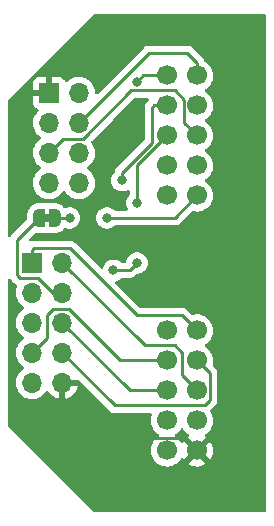
<source format=gbr>
G04 #@! TF.GenerationSoftware,KiCad,Pcbnew,(6.0.0)*
G04 #@! TF.CreationDate,2022-04-24T11:32:36-04:00*
G04 #@! TF.ProjectId,SKR-Mini_Screen,534b522d-4d69-46e6-995f-53637265656e,rev?*
G04 #@! TF.SameCoordinates,Original*
G04 #@! TF.FileFunction,Copper,L1,Top*
G04 #@! TF.FilePolarity,Positive*
%FSLAX46Y46*%
G04 Gerber Fmt 4.6, Leading zero omitted, Abs format (unit mm)*
G04 Created by KiCad (PCBNEW (6.0.0)) date 2022-04-24 11:32:36*
%MOMM*%
%LPD*%
G01*
G04 APERTURE LIST*
G04 Aperture macros list*
%AMFreePoly0*
4,1,22,0.500000,-0.750000,0.000000,-0.750000,0.000000,-0.745033,-0.079941,-0.743568,-0.215256,-0.701293,-0.333266,-0.622738,-0.424486,-0.514219,-0.481581,-0.384460,-0.499164,-0.250000,-0.500000,-0.250000,-0.500000,0.250000,-0.499164,0.250000,-0.499963,0.256109,-0.478152,0.396186,-0.417904,0.524511,-0.324060,0.630769,-0.204165,0.706417,-0.067858,0.745374,0.000000,0.744959,0.000000,0.750000,
0.500000,0.750000,0.500000,-0.750000,0.500000,-0.750000,$1*%
%AMFreePoly1*
4,1,20,0.000000,0.744959,0.073905,0.744508,0.209726,0.703889,0.328688,0.626782,0.421226,0.519385,0.479903,0.390333,0.500000,0.250000,0.500000,-0.250000,0.499851,-0.262216,0.476331,-0.402017,0.414519,-0.529596,0.319384,-0.634700,0.198574,-0.708877,0.061801,-0.746166,0.000000,-0.745033,0.000000,-0.750000,-0.500000,-0.750000,-0.500000,0.750000,0.000000,0.750000,0.000000,0.744959,
0.000000,0.744959,$1*%
G04 Aperture macros list end*
G04 #@! TA.AperFunction,ComponentPad*
%ADD10C,1.700000*%
G04 #@! TD*
G04 #@! TA.AperFunction,SMDPad,CuDef*
%ADD11FreePoly0,0.000000*%
G04 #@! TD*
G04 #@! TA.AperFunction,SMDPad,CuDef*
%ADD12FreePoly1,0.000000*%
G04 #@! TD*
G04 #@! TA.AperFunction,ComponentPad*
%ADD13R,1.700000X1.700000*%
G04 #@! TD*
G04 #@! TA.AperFunction,ComponentPad*
%ADD14O,1.700000X1.700000*%
G04 #@! TD*
G04 #@! TA.AperFunction,ViaPad*
%ADD15C,0.800000*%
G04 #@! TD*
G04 #@! TA.AperFunction,Conductor*
%ADD16C,0.250000*%
G04 #@! TD*
G04 APERTURE END LIST*
G36*
X127250000Y-103170000D02*
G01*
X126750000Y-103170000D01*
X126750000Y-102570000D01*
X127250000Y-102570000D01*
X127250000Y-103170000D01*
G37*
D10*
X137160000Y-112395000D03*
X139700000Y-112395000D03*
X137160000Y-114935000D03*
X139700000Y-114935000D03*
X137160000Y-117475000D03*
X139700000Y-117475000D03*
X137160000Y-120015000D03*
X139700000Y-120015000D03*
X137160000Y-122555000D03*
X139700000Y-122555000D03*
X137160000Y-90805000D03*
X139700000Y-90805000D03*
X137160000Y-93345000D03*
X139700000Y-93345000D03*
X137160000Y-95885000D03*
X139700000Y-95885000D03*
X137160000Y-98425000D03*
X139700000Y-98425000D03*
X137160000Y-100965000D03*
X139700000Y-100965000D03*
D11*
X126350000Y-102870000D03*
D12*
X127650000Y-102870000D03*
D13*
X125730000Y-106680000D03*
D14*
X128270000Y-106680000D03*
X125730000Y-109220000D03*
X128270000Y-109220000D03*
X125730000Y-111760000D03*
X128270000Y-111760000D03*
X125730000Y-114300000D03*
X128270000Y-114300000D03*
X125730000Y-116840000D03*
X128270000Y-116840000D03*
D13*
X127178000Y-92292000D03*
D14*
X129718000Y-92292000D03*
X127178000Y-94832000D03*
X129718000Y-94832000D03*
X127178000Y-97372000D03*
X129718000Y-97372000D03*
X127178000Y-99912000D03*
X129718000Y-99912000D03*
D15*
X133350000Y-99695000D03*
X132625000Y-107315000D03*
X134620000Y-106680000D03*
X134620000Y-101600000D03*
X134620000Y-91350500D03*
X132080000Y-102870000D03*
X128905000Y-102870000D03*
D16*
X128270000Y-116840000D02*
X128270000Y-118042081D01*
X138938001Y-121793001D02*
X139700000Y-122555000D01*
X131695918Y-121467999D02*
X138612999Y-121467999D01*
X138612999Y-121467999D02*
X138938001Y-121793001D01*
X128270000Y-118042081D02*
X131695918Y-121467999D01*
X140787001Y-118292999D02*
X140787001Y-116022001D01*
X140787001Y-116022001D02*
X140461999Y-115696999D01*
X132715000Y-118745000D02*
X140335000Y-118745000D01*
X140461999Y-115696999D02*
X139700000Y-114935000D01*
X128270000Y-114300000D02*
X132715000Y-118745000D01*
X140335000Y-118745000D02*
X140787001Y-118292999D01*
X127000000Y-113030000D02*
X125730000Y-114300000D01*
X127000000Y-111125000D02*
X127000000Y-113030000D01*
X127540001Y-110584999D02*
X127000000Y-111125000D01*
X133184002Y-114935000D02*
X128834001Y-110584999D01*
X128834001Y-110584999D02*
X127540001Y-110584999D01*
X137160000Y-114935000D02*
X133184002Y-114935000D01*
X133985000Y-117475000D02*
X128270000Y-111760000D01*
X137160000Y-117475000D02*
X133985000Y-117475000D01*
X136082370Y-93345000D02*
X137160000Y-93345000D01*
X135890000Y-96518590D02*
X135890000Y-93537370D01*
X135890000Y-93537370D02*
X136082370Y-93345000D01*
X133350000Y-99695000D02*
X133350000Y-99058590D01*
X133350000Y-99058590D02*
X135890000Y-96518590D01*
X124460000Y-104760000D02*
X126350000Y-102870000D01*
X126199002Y-107950000D02*
X124714998Y-107950000D01*
X128270000Y-109220000D02*
X127469002Y-109220000D01*
X124460000Y-107695002D02*
X124460000Y-104760000D01*
X124714998Y-107950000D02*
X124460000Y-107695002D01*
X127469002Y-109220000D02*
X126199002Y-107950000D01*
X134620000Y-106680000D02*
X134620000Y-106680000D01*
X132625000Y-107315000D02*
X133985000Y-107315000D01*
X133985000Y-107315000D02*
X134620000Y-106680000D01*
X134620000Y-98425000D02*
X137160000Y-95885000D01*
X134620000Y-101600000D02*
X134620000Y-98425000D01*
X138430000Y-116205000D02*
X138430000Y-114300000D01*
X139700000Y-117475000D02*
X138430000Y-116205000D01*
X135255000Y-113665000D02*
X128270000Y-106680000D01*
X137795000Y-113665000D02*
X135255000Y-113665000D01*
X138430000Y-114300000D02*
X137795000Y-113665000D01*
X125900000Y-105410000D02*
X125730000Y-105580000D01*
X139700000Y-112395000D02*
X138430000Y-111125000D01*
X128905000Y-105410000D02*
X125900000Y-105410000D01*
X134620000Y-111125000D02*
X128905000Y-105410000D01*
X138430000Y-111125000D02*
X134620000Y-111125000D01*
X125730000Y-105580000D02*
X125730000Y-106680000D01*
X128352511Y-96197489D02*
X127178000Y-97372000D01*
X138612999Y-92892999D02*
X138612999Y-94797999D01*
X138612999Y-94797999D02*
X139700000Y-95885000D01*
X134136010Y-92075000D02*
X130013521Y-96197489D01*
X130013521Y-96197489D02*
X128352511Y-96197489D01*
X137795000Y-92075000D02*
X138612999Y-92892999D01*
X137795000Y-92075000D02*
X134136010Y-92075000D01*
X135650000Y-88900000D02*
X129718000Y-94832000D01*
X129718000Y-94682386D02*
X129718000Y-94832000D01*
X138872630Y-88900000D02*
X135650000Y-88900000D01*
X139700000Y-89727370D02*
X138872630Y-88900000D01*
X139700000Y-90805000D02*
X139700000Y-89727370D01*
X135165500Y-90805000D02*
X134620000Y-91350500D01*
X137160000Y-90805000D02*
X135165500Y-90805000D01*
X129673000Y-97028000D02*
X130302000Y-97028000D01*
X132080000Y-102870000D02*
X137795000Y-102870000D01*
X127650000Y-102870000D02*
X128905000Y-102870000D01*
X137795000Y-102870000D02*
X139700000Y-100965000D01*
X127133000Y-99568000D02*
X127127000Y-99568000D01*
G04 #@! TA.AperFunction,Conductor*
G36*
X145484121Y-85618002D02*
G01*
X145530614Y-85671658D01*
X145542000Y-85724000D01*
X145542000Y-127636000D01*
X145521998Y-127704121D01*
X145468342Y-127750614D01*
X145416000Y-127762000D01*
X131072610Y-127762000D01*
X131004489Y-127741998D01*
X130983515Y-127725095D01*
X123734905Y-120476485D01*
X123700879Y-120414173D01*
X123698000Y-120387390D01*
X123698000Y-108111762D01*
X123718002Y-108043641D01*
X123771658Y-107997148D01*
X123841932Y-107987044D01*
X123906512Y-108016538D01*
X123925946Y-108037714D01*
X123926445Y-108038401D01*
X123932952Y-108048309D01*
X123942302Y-108064118D01*
X123955458Y-108086364D01*
X123969779Y-108100685D01*
X123982619Y-108115718D01*
X123994528Y-108132109D01*
X124000634Y-108137160D01*
X124028605Y-108160300D01*
X124037384Y-108168290D01*
X124211341Y-108342247D01*
X124218885Y-108350537D01*
X124222998Y-108357018D01*
X124228775Y-108362443D01*
X124272665Y-108403658D01*
X124275507Y-108406413D01*
X124295229Y-108426135D01*
X124298353Y-108428558D01*
X124298357Y-108428562D01*
X124298422Y-108428612D01*
X124307443Y-108436317D01*
X124339677Y-108466586D01*
X124346625Y-108470405D01*
X124346627Y-108470407D01*
X124357430Y-108476346D01*
X124373957Y-108487202D01*
X124383696Y-108494757D01*
X124383698Y-108494758D01*
X124389958Y-108499614D01*
X124418342Y-108511897D01*
X124472915Y-108557307D01*
X124494275Y-108625014D01*
X124482587Y-108680584D01*
X124452869Y-108744605D01*
X124452866Y-108744612D01*
X124450688Y-108749305D01*
X124390989Y-108964570D01*
X124367251Y-109186695D01*
X124367548Y-109191848D01*
X124367548Y-109191851D01*
X124373011Y-109286590D01*
X124380110Y-109409715D01*
X124381247Y-109414761D01*
X124381248Y-109414767D01*
X124401119Y-109502939D01*
X124429222Y-109627639D01*
X124513266Y-109834616D01*
X124629987Y-110025088D01*
X124776250Y-110193938D01*
X124948126Y-110336632D01*
X125018595Y-110377811D01*
X125021445Y-110379476D01*
X125070169Y-110431114D01*
X125083240Y-110500897D01*
X125056509Y-110566669D01*
X125016055Y-110600027D01*
X125003607Y-110606507D01*
X124999474Y-110609610D01*
X124999471Y-110609612D01*
X124829100Y-110737530D01*
X124824965Y-110740635D01*
X124670629Y-110902138D01*
X124544743Y-111086680D01*
X124542564Y-111091375D01*
X124465637Y-111257101D01*
X124450688Y-111289305D01*
X124390989Y-111504570D01*
X124367251Y-111726695D01*
X124367548Y-111731848D01*
X124367548Y-111731851D01*
X124368392Y-111746492D01*
X124380110Y-111949715D01*
X124381247Y-111954761D01*
X124381248Y-111954767D01*
X124405304Y-112061508D01*
X124429222Y-112167639D01*
X124513266Y-112374616D01*
X124629987Y-112565088D01*
X124776250Y-112733938D01*
X124948126Y-112876632D01*
X124990602Y-112901453D01*
X125021445Y-112919476D01*
X125070169Y-112971114D01*
X125083240Y-113040897D01*
X125056509Y-113106669D01*
X125016055Y-113140027D01*
X125003607Y-113146507D01*
X124999474Y-113149610D01*
X124999471Y-113149612D01*
X124855136Y-113257982D01*
X124824965Y-113280635D01*
X124821393Y-113284373D01*
X124679812Y-113432529D01*
X124670629Y-113442138D01*
X124544743Y-113626680D01*
X124514591Y-113691638D01*
X124465663Y-113797045D01*
X124450688Y-113829305D01*
X124390989Y-114044570D01*
X124367251Y-114266695D01*
X124367548Y-114271848D01*
X124367548Y-114271851D01*
X124373011Y-114366590D01*
X124380110Y-114489715D01*
X124381247Y-114494761D01*
X124381248Y-114494767D01*
X124381459Y-114495702D01*
X124429222Y-114707639D01*
X124513266Y-114914616D01*
X124564511Y-114998240D01*
X124627291Y-115100688D01*
X124629987Y-115105088D01*
X124776250Y-115273938D01*
X124948126Y-115416632D01*
X125018595Y-115457811D01*
X125021445Y-115459476D01*
X125070169Y-115511114D01*
X125083240Y-115580897D01*
X125056509Y-115646669D01*
X125016055Y-115680027D01*
X125003607Y-115686507D01*
X124999474Y-115689610D01*
X124999471Y-115689612D01*
X124829100Y-115817530D01*
X124824965Y-115820635D01*
X124670629Y-115982138D01*
X124544743Y-116166680D01*
X124450688Y-116369305D01*
X124390989Y-116584570D01*
X124367251Y-116806695D01*
X124367548Y-116811848D01*
X124367548Y-116811851D01*
X124369171Y-116840000D01*
X124380110Y-117029715D01*
X124381247Y-117034761D01*
X124381248Y-117034767D01*
X124394597Y-117094000D01*
X124429222Y-117247639D01*
X124513266Y-117454616D01*
X124629987Y-117645088D01*
X124776250Y-117813938D01*
X124948126Y-117956632D01*
X125141000Y-118069338D01*
X125145825Y-118071180D01*
X125145826Y-118071181D01*
X125158967Y-118076199D01*
X125349692Y-118149030D01*
X125354760Y-118150061D01*
X125354763Y-118150062D01*
X125449862Y-118169410D01*
X125568597Y-118193567D01*
X125573772Y-118193757D01*
X125573774Y-118193757D01*
X125786673Y-118201564D01*
X125786677Y-118201564D01*
X125791837Y-118201753D01*
X125796957Y-118201097D01*
X125796959Y-118201097D01*
X126008288Y-118174025D01*
X126008289Y-118174025D01*
X126013416Y-118173368D01*
X126018366Y-118171883D01*
X126222429Y-118110661D01*
X126222434Y-118110659D01*
X126227384Y-118109174D01*
X126427994Y-118010896D01*
X126609860Y-117881173D01*
X126768096Y-117723489D01*
X126827594Y-117640689D01*
X126898453Y-117542077D01*
X126899640Y-117542930D01*
X126946960Y-117499362D01*
X127016897Y-117487145D01*
X127082338Y-117514678D01*
X127110166Y-117546511D01*
X127167694Y-117640388D01*
X127173777Y-117648699D01*
X127313213Y-117809667D01*
X127320580Y-117816883D01*
X127484434Y-117952916D01*
X127492881Y-117958831D01*
X127676756Y-118066279D01*
X127686042Y-118070729D01*
X127885001Y-118146703D01*
X127894899Y-118149579D01*
X127998250Y-118170606D01*
X128012299Y-118169410D01*
X128016000Y-118159065D01*
X128016000Y-118158517D01*
X128524000Y-118158517D01*
X128528064Y-118172359D01*
X128541478Y-118174393D01*
X128548184Y-118173534D01*
X128558262Y-118171392D01*
X128762255Y-118110191D01*
X128771842Y-118106433D01*
X128963095Y-118012739D01*
X128971945Y-118007464D01*
X129145328Y-117883792D01*
X129153200Y-117877139D01*
X129304052Y-117726812D01*
X129310730Y-117718965D01*
X129435003Y-117546020D01*
X129440313Y-117537183D01*
X129534670Y-117346267D01*
X129538469Y-117336672D01*
X129600377Y-117132910D01*
X129602555Y-117122837D01*
X129603986Y-117111962D01*
X129601775Y-117097778D01*
X129588617Y-117094000D01*
X128542115Y-117094000D01*
X128526876Y-117098475D01*
X128525671Y-117099865D01*
X128524000Y-117107548D01*
X128524000Y-118158517D01*
X128016000Y-118158517D01*
X128016000Y-116712000D01*
X128036002Y-116643879D01*
X128089658Y-116597386D01*
X128142000Y-116586000D01*
X129606459Y-116586000D01*
X129606459Y-116590775D01*
X129643133Y-116590792D01*
X129696673Y-116622577D01*
X132211343Y-119137247D01*
X132218887Y-119145537D01*
X132223000Y-119152018D01*
X132228777Y-119157443D01*
X132272667Y-119198658D01*
X132275509Y-119201413D01*
X132295230Y-119221134D01*
X132298425Y-119223612D01*
X132307447Y-119231318D01*
X132339679Y-119261586D01*
X132346628Y-119265406D01*
X132357432Y-119271346D01*
X132373956Y-119282199D01*
X132389959Y-119294613D01*
X132430543Y-119312176D01*
X132441173Y-119317383D01*
X132479940Y-119338695D01*
X132487617Y-119340666D01*
X132487622Y-119340668D01*
X132499558Y-119343732D01*
X132518266Y-119350137D01*
X132536855Y-119358181D01*
X132544683Y-119359421D01*
X132544690Y-119359423D01*
X132580524Y-119365099D01*
X132592144Y-119367505D01*
X132627289Y-119376528D01*
X132634970Y-119378500D01*
X132655224Y-119378500D01*
X132674934Y-119380051D01*
X132694943Y-119383220D01*
X132702835Y-119382474D01*
X132738961Y-119379059D01*
X132750819Y-119378500D01*
X135761527Y-119378500D01*
X135829648Y-119398502D01*
X135876141Y-119452158D01*
X135886245Y-119522432D01*
X135880745Y-119544182D01*
X135880688Y-119544305D01*
X135820989Y-119759570D01*
X135797251Y-119981695D01*
X135797548Y-119986848D01*
X135797548Y-119986851D01*
X135803011Y-120081590D01*
X135810110Y-120204715D01*
X135811247Y-120209761D01*
X135811248Y-120209767D01*
X135831119Y-120297939D01*
X135859222Y-120422639D01*
X135943266Y-120629616D01*
X135987512Y-120701819D01*
X136057291Y-120815688D01*
X136059987Y-120820088D01*
X136206250Y-120988938D01*
X136378126Y-121131632D01*
X136448595Y-121172811D01*
X136451445Y-121174476D01*
X136500169Y-121226114D01*
X136513240Y-121295897D01*
X136486509Y-121361669D01*
X136446055Y-121395027D01*
X136433607Y-121401507D01*
X136429474Y-121404610D01*
X136429471Y-121404612D01*
X136259100Y-121532530D01*
X136254965Y-121535635D01*
X136100629Y-121697138D01*
X135974743Y-121881680D01*
X135880688Y-122084305D01*
X135820989Y-122299570D01*
X135797251Y-122521695D01*
X135797548Y-122526848D01*
X135797548Y-122526851D01*
X135799910Y-122567812D01*
X135810110Y-122744715D01*
X135811247Y-122749761D01*
X135811248Y-122749767D01*
X135832275Y-122843069D01*
X135859222Y-122962639D01*
X135943266Y-123169616D01*
X136059987Y-123360088D01*
X136206250Y-123528938D01*
X136378126Y-123671632D01*
X136571000Y-123784338D01*
X136779692Y-123864030D01*
X136784760Y-123865061D01*
X136784763Y-123865062D01*
X136889604Y-123886392D01*
X136998597Y-123908567D01*
X137003772Y-123908757D01*
X137003774Y-123908757D01*
X137216673Y-123916564D01*
X137216677Y-123916564D01*
X137221837Y-123916753D01*
X137226957Y-123916097D01*
X137226959Y-123916097D01*
X137438288Y-123889025D01*
X137438289Y-123889025D01*
X137443416Y-123888368D01*
X137448366Y-123886883D01*
X137652429Y-123825661D01*
X137652434Y-123825659D01*
X137657384Y-123824174D01*
X137857994Y-123725896D01*
X137922544Y-123679853D01*
X138939977Y-123679853D01*
X138945258Y-123686907D01*
X139106756Y-123781279D01*
X139116042Y-123785729D01*
X139315001Y-123861703D01*
X139324899Y-123864579D01*
X139533595Y-123907038D01*
X139543823Y-123908257D01*
X139756650Y-123916062D01*
X139766936Y-123915595D01*
X139978185Y-123888534D01*
X139988262Y-123886392D01*
X140192255Y-123825191D01*
X140201842Y-123821433D01*
X140393098Y-123727738D01*
X140401944Y-123722465D01*
X140449247Y-123688723D01*
X140457648Y-123678023D01*
X140450660Y-123664870D01*
X139712812Y-122927022D01*
X139698868Y-122919408D01*
X139697035Y-122919539D01*
X139690420Y-122923790D01*
X138946737Y-123667473D01*
X138939977Y-123679853D01*
X137922544Y-123679853D01*
X138039860Y-123596173D01*
X138198096Y-123438489D01*
X138257594Y-123355689D01*
X138328453Y-123257077D01*
X138329640Y-123257930D01*
X138376960Y-123214362D01*
X138446897Y-123202145D01*
X138512338Y-123229678D01*
X138540166Y-123261512D01*
X138566459Y-123304419D01*
X138576916Y-123313880D01*
X138585694Y-123310096D01*
X139327978Y-122567812D01*
X139334356Y-122556132D01*
X140064408Y-122556132D01*
X140064539Y-122557965D01*
X140068790Y-122564580D01*
X140810474Y-123306264D01*
X140822484Y-123312823D01*
X140834223Y-123303855D01*
X140865004Y-123261019D01*
X140870315Y-123252180D01*
X140964670Y-123061267D01*
X140968469Y-123051672D01*
X141030376Y-122847915D01*
X141032555Y-122837834D01*
X141060590Y-122624887D01*
X141061109Y-122618212D01*
X141062572Y-122558364D01*
X141062378Y-122551646D01*
X141044781Y-122337604D01*
X141043096Y-122327424D01*
X140991214Y-122120875D01*
X140987894Y-122111124D01*
X140902972Y-121915814D01*
X140898105Y-121906739D01*
X140833063Y-121806197D01*
X140822377Y-121796995D01*
X140812812Y-121801398D01*
X140072022Y-122542188D01*
X140064408Y-122556132D01*
X139334356Y-122556132D01*
X139335592Y-122553868D01*
X139335461Y-122552035D01*
X139331210Y-122545420D01*
X138589849Y-121804059D01*
X138578313Y-121797759D01*
X138566031Y-121807382D01*
X138533499Y-121855072D01*
X138478587Y-121900075D01*
X138408063Y-121908246D01*
X138344316Y-121876992D01*
X138323618Y-121852508D01*
X138242822Y-121727617D01*
X138242820Y-121727614D01*
X138240014Y-121723277D01*
X138089670Y-121558051D01*
X138085619Y-121554852D01*
X138085615Y-121554848D01*
X137918414Y-121422800D01*
X137918410Y-121422798D01*
X137914359Y-121419598D01*
X137873053Y-121396796D01*
X137823084Y-121346364D01*
X137808312Y-121276921D01*
X137833428Y-121210516D01*
X137860780Y-121183909D01*
X137904603Y-121152650D01*
X138039860Y-121056173D01*
X138198096Y-120898489D01*
X138257594Y-120815689D01*
X138328453Y-120717077D01*
X138329776Y-120718028D01*
X138376645Y-120674857D01*
X138446580Y-120662625D01*
X138512026Y-120690144D01*
X138539875Y-120721994D01*
X138599987Y-120820088D01*
X138746250Y-120988938D01*
X138918126Y-121131632D01*
X138991445Y-121174476D01*
X138991955Y-121174774D01*
X139040679Y-121226412D01*
X139053750Y-121296195D01*
X139027019Y-121361967D01*
X138986562Y-121395327D01*
X138978460Y-121399544D01*
X138969734Y-121405039D01*
X138949677Y-121420099D01*
X138941223Y-121431427D01*
X138947968Y-121443758D01*
X139687188Y-122182978D01*
X139701132Y-122190592D01*
X139702965Y-122190461D01*
X139709580Y-122186210D01*
X140453389Y-121442401D01*
X140460410Y-121429544D01*
X140453611Y-121420213D01*
X140449559Y-121417521D01*
X140412602Y-121397120D01*
X140362631Y-121346687D01*
X140347859Y-121277245D01*
X140372975Y-121210839D01*
X140400327Y-121184232D01*
X140423797Y-121167491D01*
X140579860Y-121056173D01*
X140738096Y-120898489D01*
X140797594Y-120815689D01*
X140865435Y-120721277D01*
X140868453Y-120717077D01*
X140883577Y-120686477D01*
X140965136Y-120521453D01*
X140965137Y-120521451D01*
X140967430Y-120516811D01*
X141032370Y-120303069D01*
X141061529Y-120081590D01*
X141063156Y-120015000D01*
X141044852Y-119792361D01*
X140990431Y-119575702D01*
X140901354Y-119370840D01*
X140864926Y-119314530D01*
X140840292Y-119276452D01*
X140820085Y-119208392D01*
X140839881Y-119140211D01*
X140856989Y-119118917D01*
X141179260Y-118796646D01*
X141187538Y-118789112D01*
X141194019Y-118784999D01*
X141240631Y-118735361D01*
X141243386Y-118732518D01*
X141260335Y-118715570D01*
X141263136Y-118712769D01*
X141265616Y-118709572D01*
X141273321Y-118700550D01*
X141298160Y-118674099D01*
X141303587Y-118668320D01*
X141307406Y-118661374D01*
X141307408Y-118661371D01*
X141313349Y-118650565D01*
X141324200Y-118634046D01*
X141331759Y-118624300D01*
X141336615Y-118618040D01*
X141339760Y-118610771D01*
X141339763Y-118610767D01*
X141354175Y-118577462D01*
X141359392Y-118566812D01*
X141380696Y-118528059D01*
X141385734Y-118508436D01*
X141392138Y-118489733D01*
X141397034Y-118478419D01*
X141397034Y-118478418D01*
X141400182Y-118471144D01*
X141401421Y-118463321D01*
X141401424Y-118463311D01*
X141407100Y-118427475D01*
X141409506Y-118415855D01*
X141418529Y-118380710D01*
X141418529Y-118380709D01*
X141420501Y-118373029D01*
X141420501Y-118352775D01*
X141422052Y-118333064D01*
X141423981Y-118320885D01*
X141425221Y-118313056D01*
X141421060Y-118269037D01*
X141420501Y-118257180D01*
X141420501Y-116100768D01*
X141421028Y-116089585D01*
X141422703Y-116082092D01*
X141421746Y-116051632D01*
X141420563Y-116014015D01*
X141420501Y-116010056D01*
X141420501Y-115982145D01*
X141419996Y-115978145D01*
X141419063Y-115966302D01*
X141417923Y-115930030D01*
X141417674Y-115922111D01*
X141412023Y-115902659D01*
X141408015Y-115883307D01*
X141406468Y-115871064D01*
X141405475Y-115863204D01*
X141396228Y-115839848D01*
X141389201Y-115822098D01*
X141385356Y-115810871D01*
X141377431Y-115783595D01*
X141373019Y-115768408D01*
X141368985Y-115761586D01*
X141368982Y-115761580D01*
X141362707Y-115750969D01*
X141354011Y-115733219D01*
X141349473Y-115721757D01*
X141349470Y-115721752D01*
X141346553Y-115714384D01*
X141328555Y-115689612D01*
X141320574Y-115678626D01*
X141314058Y-115668708D01*
X141295576Y-115637458D01*
X141291543Y-115630638D01*
X141277219Y-115616314D01*
X141264377Y-115601279D01*
X141261862Y-115597817D01*
X141252473Y-115584894D01*
X141218407Y-115556712D01*
X141209628Y-115548723D01*
X141051218Y-115390313D01*
X141017192Y-115328001D01*
X141019755Y-115264589D01*
X141030865Y-115228022D01*
X141032370Y-115223069D01*
X141061529Y-115001590D01*
X141063156Y-114935000D01*
X141044852Y-114712361D01*
X140990431Y-114495702D01*
X140901354Y-114290840D01*
X140840078Y-114196121D01*
X140782822Y-114107617D01*
X140782820Y-114107614D01*
X140780014Y-114103277D01*
X140629670Y-113938051D01*
X140625619Y-113934852D01*
X140625615Y-113934848D01*
X140458414Y-113802800D01*
X140458410Y-113802798D01*
X140454359Y-113799598D01*
X140413053Y-113776796D01*
X140363084Y-113726364D01*
X140348312Y-113656921D01*
X140373428Y-113590516D01*
X140400780Y-113563909D01*
X140457229Y-113523644D01*
X140579860Y-113436173D01*
X140738096Y-113278489D01*
X140746710Y-113266502D01*
X140865435Y-113101277D01*
X140868453Y-113097077D01*
X140902028Y-113029144D01*
X140965136Y-112901453D01*
X140965137Y-112901451D01*
X140967430Y-112896811D01*
X141032370Y-112683069D01*
X141061529Y-112461590D01*
X141063156Y-112395000D01*
X141044852Y-112172361D01*
X140990431Y-111955702D01*
X140901354Y-111750840D01*
X140840078Y-111656122D01*
X140782822Y-111567617D01*
X140782820Y-111567614D01*
X140780014Y-111563277D01*
X140629670Y-111398051D01*
X140625619Y-111394852D01*
X140625615Y-111394848D01*
X140458414Y-111262800D01*
X140458410Y-111262798D01*
X140454359Y-111259598D01*
X140258789Y-111151638D01*
X140253920Y-111149914D01*
X140253916Y-111149912D01*
X140053087Y-111078795D01*
X140053083Y-111078794D01*
X140048212Y-111077069D01*
X140043119Y-111076162D01*
X140043116Y-111076161D01*
X139833373Y-111038800D01*
X139833367Y-111038799D01*
X139828284Y-111037894D01*
X139754452Y-111036992D01*
X139610081Y-111035228D01*
X139610079Y-111035228D01*
X139604911Y-111035165D01*
X139384091Y-111068955D01*
X139371532Y-111073060D01*
X139300568Y-111075210D01*
X139243294Y-111042389D01*
X138933652Y-110732747D01*
X138926112Y-110724461D01*
X138922000Y-110717982D01*
X138872348Y-110671356D01*
X138869507Y-110668602D01*
X138849770Y-110648865D01*
X138846573Y-110646385D01*
X138837551Y-110638680D01*
X138832927Y-110634338D01*
X138805321Y-110608414D01*
X138798375Y-110604595D01*
X138798372Y-110604593D01*
X138787566Y-110598652D01*
X138771047Y-110587801D01*
X138770583Y-110587441D01*
X138755041Y-110575386D01*
X138747772Y-110572241D01*
X138747768Y-110572238D01*
X138714463Y-110557826D01*
X138703813Y-110552609D01*
X138665060Y-110531305D01*
X138645437Y-110526267D01*
X138626734Y-110519863D01*
X138615420Y-110514967D01*
X138615419Y-110514967D01*
X138608145Y-110511819D01*
X138600322Y-110510580D01*
X138600312Y-110510577D01*
X138564476Y-110504901D01*
X138552856Y-110502495D01*
X138517711Y-110493472D01*
X138517710Y-110493472D01*
X138510030Y-110491500D01*
X138489776Y-110491500D01*
X138470065Y-110489949D01*
X138457886Y-110488020D01*
X138450057Y-110486780D01*
X138442165Y-110487526D01*
X138406039Y-110490941D01*
X138394181Y-110491500D01*
X134934594Y-110491500D01*
X134866473Y-110471498D01*
X134845499Y-110454595D01*
X132797093Y-108406189D01*
X132763067Y-108343877D01*
X132768132Y-108273062D01*
X132810679Y-108216226D01*
X132859991Y-108193847D01*
X132872364Y-108191217D01*
X132900830Y-108185167D01*
X132900833Y-108185166D01*
X132907288Y-108183794D01*
X132942111Y-108168290D01*
X133075722Y-108108803D01*
X133075724Y-108108802D01*
X133081752Y-108106118D01*
X133118338Y-108079537D01*
X133230914Y-107997745D01*
X133236253Y-107993866D01*
X133240668Y-107988963D01*
X133245580Y-107984540D01*
X133246705Y-107985789D01*
X133300014Y-107952949D01*
X133333200Y-107948500D01*
X133906233Y-107948500D01*
X133917416Y-107949027D01*
X133924909Y-107950702D01*
X133932835Y-107950453D01*
X133932836Y-107950453D01*
X133992986Y-107948562D01*
X133996945Y-107948500D01*
X134024856Y-107948500D01*
X134028791Y-107948003D01*
X134028856Y-107947995D01*
X134040693Y-107947062D01*
X134072951Y-107946048D01*
X134076970Y-107945922D01*
X134084889Y-107945673D01*
X134104343Y-107940021D01*
X134123700Y-107936013D01*
X134135930Y-107934468D01*
X134135931Y-107934468D01*
X134143797Y-107933474D01*
X134151168Y-107930555D01*
X134151170Y-107930555D01*
X134184912Y-107917196D01*
X134196142Y-107913351D01*
X134230983Y-107903229D01*
X134230984Y-107903229D01*
X134238593Y-107901018D01*
X134245412Y-107896985D01*
X134245417Y-107896983D01*
X134256028Y-107890707D01*
X134273776Y-107882012D01*
X134292617Y-107874552D01*
X134328387Y-107848564D01*
X134338307Y-107842048D01*
X134369535Y-107823580D01*
X134369538Y-107823578D01*
X134376362Y-107819542D01*
X134390683Y-107805221D01*
X134405717Y-107792380D01*
X134415694Y-107785131D01*
X134422107Y-107780472D01*
X134450298Y-107746395D01*
X134458288Y-107737616D01*
X134570499Y-107625405D01*
X134632811Y-107591379D01*
X134659594Y-107588500D01*
X134715487Y-107588500D01*
X134721939Y-107587128D01*
X134721944Y-107587128D01*
X134808888Y-107568647D01*
X134902288Y-107548794D01*
X135045375Y-107485088D01*
X135070722Y-107473803D01*
X135070724Y-107473802D01*
X135076752Y-107471118D01*
X135231253Y-107358866D01*
X135235675Y-107353955D01*
X135354621Y-107221852D01*
X135354622Y-107221851D01*
X135359040Y-107216944D01*
X135454527Y-107051556D01*
X135513542Y-106869928D01*
X135533504Y-106680000D01*
X135521803Y-106568671D01*
X135514232Y-106496635D01*
X135514232Y-106496633D01*
X135513542Y-106490072D01*
X135454527Y-106308444D01*
X135359040Y-106143056D01*
X135231253Y-106001134D01*
X135076752Y-105888882D01*
X135070724Y-105886198D01*
X135070722Y-105886197D01*
X134908319Y-105813891D01*
X134908318Y-105813891D01*
X134902288Y-105811206D01*
X134808888Y-105791353D01*
X134721944Y-105772872D01*
X134721939Y-105772872D01*
X134715487Y-105771500D01*
X134524513Y-105771500D01*
X134518061Y-105772872D01*
X134518056Y-105772872D01*
X134431113Y-105791353D01*
X134337712Y-105811206D01*
X134331682Y-105813891D01*
X134331681Y-105813891D01*
X134169278Y-105886197D01*
X134169276Y-105886198D01*
X134163248Y-105888882D01*
X134008747Y-106001134D01*
X133880960Y-106143056D01*
X133785473Y-106308444D01*
X133726458Y-106490072D01*
X133725769Y-106496631D01*
X133725768Y-106496634D01*
X133718197Y-106568671D01*
X133691184Y-106634327D01*
X133632962Y-106674957D01*
X133592887Y-106681500D01*
X133333200Y-106681500D01*
X133265079Y-106661498D01*
X133245853Y-106645157D01*
X133245580Y-106645460D01*
X133240668Y-106641037D01*
X133236253Y-106636134D01*
X133081752Y-106523882D01*
X133075724Y-106521198D01*
X133075722Y-106521197D01*
X132913319Y-106448891D01*
X132913318Y-106448891D01*
X132907288Y-106446206D01*
X132813887Y-106426353D01*
X132726944Y-106407872D01*
X132726939Y-106407872D01*
X132720487Y-106406500D01*
X132529513Y-106406500D01*
X132523061Y-106407872D01*
X132523056Y-106407872D01*
X132436113Y-106426353D01*
X132342712Y-106446206D01*
X132336682Y-106448891D01*
X132336681Y-106448891D01*
X132174278Y-106521197D01*
X132174276Y-106521198D01*
X132168248Y-106523882D01*
X132013747Y-106636134D01*
X131885960Y-106778056D01*
X131790473Y-106943444D01*
X131745491Y-107081885D01*
X131742152Y-107092160D01*
X131702078Y-107150766D01*
X131636682Y-107178403D01*
X131566725Y-107166296D01*
X131533224Y-107142319D01*
X129408652Y-105017747D01*
X129401112Y-105009461D01*
X129397000Y-105002982D01*
X129347348Y-104956356D01*
X129344507Y-104953602D01*
X129324770Y-104933865D01*
X129321573Y-104931385D01*
X129312551Y-104923680D01*
X129280321Y-104893414D01*
X129273375Y-104889595D01*
X129273372Y-104889593D01*
X129262566Y-104883652D01*
X129246047Y-104872801D01*
X129245583Y-104872441D01*
X129230041Y-104860386D01*
X129222772Y-104857241D01*
X129222768Y-104857238D01*
X129189463Y-104842826D01*
X129178813Y-104837609D01*
X129140060Y-104816305D01*
X129120437Y-104811267D01*
X129101734Y-104804863D01*
X129090420Y-104799967D01*
X129090419Y-104799967D01*
X129083145Y-104796819D01*
X129075322Y-104795580D01*
X129075312Y-104795577D01*
X129039476Y-104789901D01*
X129027856Y-104787495D01*
X128992711Y-104778472D01*
X128992710Y-104778472D01*
X128985030Y-104776500D01*
X128964776Y-104776500D01*
X128945065Y-104774949D01*
X128932886Y-104773020D01*
X128925057Y-104771780D01*
X128895786Y-104774547D01*
X128881039Y-104775941D01*
X128869181Y-104776500D01*
X125978767Y-104776500D01*
X125967584Y-104775973D01*
X125960091Y-104774298D01*
X125952165Y-104774547D01*
X125952164Y-104774547D01*
X125892014Y-104776438D01*
X125888055Y-104776500D01*
X125860144Y-104776500D01*
X125856210Y-104776997D01*
X125856209Y-104776997D01*
X125856144Y-104777005D01*
X125844307Y-104777938D01*
X125812490Y-104778938D01*
X125808029Y-104779078D01*
X125800110Y-104779327D01*
X125782454Y-104784456D01*
X125780658Y-104784978D01*
X125761306Y-104788986D01*
X125754270Y-104789875D01*
X125741203Y-104791526D01*
X125733834Y-104794443D01*
X125733832Y-104794444D01*
X125700097Y-104807800D01*
X125688869Y-104811645D01*
X125646407Y-104823982D01*
X125639585Y-104828016D01*
X125639586Y-104828016D01*
X125637347Y-104829340D01*
X125635363Y-104829843D01*
X125632309Y-104831165D01*
X125632096Y-104830672D01*
X125568530Y-104846799D01*
X125501199Y-104824282D01*
X125456730Y-104768937D01*
X125449242Y-104698337D01*
X125484113Y-104631791D01*
X125978979Y-104136925D01*
X126041291Y-104102899D01*
X126105644Y-104105752D01*
X126111754Y-104107661D01*
X126111763Y-104107663D01*
X126116039Y-104108999D01*
X126120463Y-104109716D01*
X126120465Y-104109716D01*
X126157597Y-104115730D01*
X126259821Y-104132287D01*
X126326782Y-104133514D01*
X126398539Y-104134830D01*
X126398541Y-104134830D01*
X126403020Y-104134912D01*
X126407465Y-104134359D01*
X126411944Y-104134122D01*
X126411951Y-104134249D01*
X126420339Y-104133729D01*
X126850000Y-104133729D01*
X126881986Y-104131441D01*
X126916373Y-104128982D01*
X126916374Y-104128982D01*
X126923111Y-104128500D01*
X126959440Y-104117833D01*
X127012868Y-104114012D01*
X127150000Y-104133729D01*
X127637322Y-104133729D01*
X127639630Y-104133750D01*
X127703020Y-104134912D01*
X127730382Y-104131504D01*
X127843128Y-104117460D01*
X127843132Y-104117459D01*
X127847565Y-104116907D01*
X127985745Y-104079234D01*
X127989862Y-104077452D01*
X127989866Y-104077451D01*
X128115296Y-104023173D01*
X128115301Y-104023171D01*
X128119420Y-104021388D01*
X128241472Y-103946448D01*
X128353540Y-103853408D01*
X128443538Y-103753980D01*
X128504083Y-103716899D01*
X128575063Y-103718437D01*
X128588192Y-103723425D01*
X128622712Y-103738794D01*
X128662372Y-103747224D01*
X128803056Y-103777128D01*
X128803061Y-103777128D01*
X128809513Y-103778500D01*
X129000487Y-103778500D01*
X129006939Y-103777128D01*
X129006944Y-103777128D01*
X129093887Y-103758647D01*
X129187288Y-103738794D01*
X129233011Y-103718437D01*
X129355722Y-103663803D01*
X129355724Y-103663802D01*
X129361752Y-103661118D01*
X129516253Y-103548866D01*
X129557548Y-103503003D01*
X129639621Y-103411852D01*
X129639622Y-103411851D01*
X129644040Y-103406944D01*
X129739527Y-103241556D01*
X129798542Y-103059928D01*
X129802242Y-103024730D01*
X129817814Y-102876565D01*
X129818504Y-102870000D01*
X129817814Y-102863435D01*
X129799232Y-102686635D01*
X129799232Y-102686633D01*
X129798542Y-102680072D01*
X129739527Y-102498444D01*
X129644040Y-102333056D01*
X129629003Y-102316355D01*
X129520675Y-102196045D01*
X129520674Y-102196044D01*
X129516253Y-102191134D01*
X129361752Y-102078882D01*
X129355724Y-102076198D01*
X129355722Y-102076197D01*
X129193319Y-102003891D01*
X129193318Y-102003891D01*
X129187288Y-102001206D01*
X129074721Y-101977279D01*
X129006944Y-101962872D01*
X129006939Y-101962872D01*
X129000487Y-101961500D01*
X128809513Y-101961500D01*
X128803061Y-101962872D01*
X128803056Y-101962872D01*
X128664340Y-101992358D01*
X128622712Y-102001206D01*
X128616679Y-102003892D01*
X128616676Y-102003893D01*
X128587069Y-102017075D01*
X128516702Y-102026509D01*
X128452405Y-101996402D01*
X128440372Y-101984220D01*
X128371252Y-101904002D01*
X128261489Y-101808250D01*
X128254538Y-101803744D01*
X128145062Y-101732786D01*
X128141304Y-101730350D01*
X128133630Y-101726804D01*
X128013145Y-101671132D01*
X128013143Y-101671131D01*
X128009076Y-101669252D01*
X127940467Y-101648734D01*
X127876156Y-101629501D01*
X127876151Y-101629500D01*
X127871858Y-101628216D01*
X127867426Y-101627554D01*
X127867423Y-101627553D01*
X127732235Y-101607350D01*
X127732232Y-101607350D01*
X127727804Y-101606688D01*
X127653145Y-101606232D01*
X127589055Y-101605840D01*
X127589050Y-101605840D01*
X127584583Y-101605813D01*
X127582139Y-101606148D01*
X127578344Y-101606271D01*
X127150000Y-101606271D01*
X127141024Y-101606913D01*
X127083627Y-101611018D01*
X127083626Y-101611018D01*
X127076889Y-101611500D01*
X127040560Y-101622167D01*
X126987132Y-101625988D01*
X126850000Y-101606271D01*
X126359992Y-101606271D01*
X126359222Y-101606269D01*
X126289069Y-101605840D01*
X126289063Y-101605840D01*
X126284583Y-101605813D01*
X126200493Y-101617331D01*
X126144724Y-101624970D01*
X126144720Y-101624971D01*
X126140273Y-101625580D01*
X126002564Y-101664937D01*
X125869602Y-101724414D01*
X125865820Y-101726800D01*
X125865813Y-101726804D01*
X125804185Y-101765689D01*
X125748474Y-101800840D01*
X125637548Y-101895246D01*
X125634577Y-101898610D01*
X125598961Y-101938938D01*
X125542740Y-102002597D01*
X125540285Y-102006334D01*
X125540283Y-102006337D01*
X125536233Y-102012503D01*
X125462774Y-102124334D01*
X125460869Y-102128391D01*
X125460867Y-102128395D01*
X125453804Y-102143439D01*
X125401905Y-102253979D01*
X125400596Y-102258262D01*
X125400594Y-102258266D01*
X125375980Y-102338774D01*
X125359317Y-102393277D01*
X125337283Y-102534795D01*
X125335503Y-102680438D01*
X125336063Y-102684723D01*
X125336271Y-102691760D01*
X125336271Y-102935635D01*
X125316269Y-103003756D01*
X125299366Y-103024730D01*
X124067747Y-104256348D01*
X124059461Y-104263888D01*
X124052982Y-104268000D01*
X124047557Y-104273777D01*
X124006357Y-104317651D01*
X124003602Y-104320493D01*
X123983865Y-104340230D01*
X123981385Y-104343427D01*
X123973682Y-104352447D01*
X123943414Y-104384679D01*
X123939595Y-104391625D01*
X123939593Y-104391628D01*
X123934413Y-104401050D01*
X123884067Y-104451107D01*
X123814649Y-104465999D01*
X123748201Y-104440996D01*
X123705818Y-104384038D01*
X123698000Y-104340346D01*
X123698000Y-99878695D01*
X125815251Y-99878695D01*
X125815548Y-99883848D01*
X125815548Y-99883851D01*
X125821011Y-99978590D01*
X125828110Y-100101715D01*
X125829247Y-100106761D01*
X125829248Y-100106767D01*
X125829332Y-100107138D01*
X125877222Y-100319639D01*
X125915461Y-100413811D01*
X125949298Y-100497141D01*
X125961266Y-100526616D01*
X126006102Y-100599782D01*
X126075291Y-100712688D01*
X126077987Y-100717088D01*
X126224250Y-100885938D01*
X126396126Y-101028632D01*
X126589000Y-101141338D01*
X126593825Y-101143180D01*
X126593826Y-101143181D01*
X126666612Y-101170975D01*
X126797692Y-101221030D01*
X126802760Y-101222061D01*
X126802763Y-101222062D01*
X126865024Y-101234729D01*
X127016597Y-101265567D01*
X127021772Y-101265757D01*
X127021774Y-101265757D01*
X127234673Y-101273564D01*
X127234677Y-101273564D01*
X127239837Y-101273753D01*
X127244957Y-101273097D01*
X127244959Y-101273097D01*
X127456288Y-101246025D01*
X127456289Y-101246025D01*
X127461416Y-101245368D01*
X127466366Y-101243883D01*
X127670429Y-101182661D01*
X127670434Y-101182659D01*
X127675384Y-101181174D01*
X127875994Y-101082896D01*
X128057860Y-100953173D01*
X128216096Y-100795489D01*
X128274144Y-100714707D01*
X128346453Y-100614077D01*
X128347776Y-100615028D01*
X128394645Y-100571857D01*
X128464580Y-100559625D01*
X128530026Y-100587144D01*
X128557875Y-100618994D01*
X128617987Y-100717088D01*
X128764250Y-100885938D01*
X128936126Y-101028632D01*
X129129000Y-101141338D01*
X129133825Y-101143180D01*
X129133826Y-101143181D01*
X129206612Y-101170975D01*
X129337692Y-101221030D01*
X129342760Y-101222061D01*
X129342763Y-101222062D01*
X129405024Y-101234729D01*
X129556597Y-101265567D01*
X129561772Y-101265757D01*
X129561774Y-101265757D01*
X129774673Y-101273564D01*
X129774677Y-101273564D01*
X129779837Y-101273753D01*
X129784957Y-101273097D01*
X129784959Y-101273097D01*
X129996288Y-101246025D01*
X129996289Y-101246025D01*
X130001416Y-101245368D01*
X130006366Y-101243883D01*
X130210429Y-101182661D01*
X130210434Y-101182659D01*
X130215384Y-101181174D01*
X130415994Y-101082896D01*
X130597860Y-100953173D01*
X130756096Y-100795489D01*
X130814144Y-100714707D01*
X130883435Y-100618277D01*
X130886453Y-100614077D01*
X130891681Y-100603500D01*
X130983136Y-100418453D01*
X130983137Y-100418451D01*
X130985430Y-100413811D01*
X131024099Y-100286538D01*
X131048865Y-100205023D01*
X131048865Y-100205021D01*
X131050370Y-100200069D01*
X131079529Y-99978590D01*
X131081156Y-99912000D01*
X131062852Y-99689361D01*
X131008431Y-99472702D01*
X130919354Y-99267840D01*
X130848332Y-99158056D01*
X130800822Y-99084617D01*
X130800820Y-99084614D01*
X130798014Y-99080277D01*
X130647670Y-98915051D01*
X130643619Y-98911852D01*
X130643615Y-98911848D01*
X130476414Y-98779800D01*
X130476410Y-98779798D01*
X130472359Y-98776598D01*
X130431053Y-98753796D01*
X130381084Y-98703364D01*
X130366312Y-98633921D01*
X130391428Y-98567516D01*
X130418780Y-98540909D01*
X130487923Y-98491590D01*
X130597860Y-98413173D01*
X130756096Y-98255489D01*
X130815594Y-98172689D01*
X130883435Y-98078277D01*
X130886453Y-98074077D01*
X130907320Y-98031857D01*
X130983136Y-97878453D01*
X130983137Y-97878451D01*
X130985430Y-97873811D01*
X131024099Y-97746538D01*
X131048865Y-97665023D01*
X131048865Y-97665021D01*
X131050370Y-97660069D01*
X131079529Y-97438590D01*
X131081156Y-97372000D01*
X131062852Y-97149361D01*
X131008431Y-96932702D01*
X130919354Y-96727840D01*
X130831471Y-96591994D01*
X130800824Y-96544620D01*
X130800822Y-96544617D01*
X130798014Y-96540277D01*
X130791052Y-96532625D01*
X130768676Y-96508035D01*
X130737624Y-96444189D01*
X130746019Y-96373690D01*
X130772774Y-96334140D01*
X132560334Y-94546581D01*
X134361510Y-92745405D01*
X134423822Y-92711379D01*
X134450605Y-92708500D01*
X135518775Y-92708500D01*
X135586896Y-92728502D01*
X135633389Y-92782158D01*
X135643493Y-92852432D01*
X135613999Y-92917012D01*
X135607870Y-92923595D01*
X135497747Y-93033718D01*
X135489461Y-93041258D01*
X135482982Y-93045370D01*
X135477557Y-93051147D01*
X135436357Y-93095021D01*
X135433602Y-93097863D01*
X135413865Y-93117600D01*
X135411385Y-93120797D01*
X135403682Y-93129817D01*
X135373414Y-93162049D01*
X135369595Y-93168995D01*
X135369593Y-93168998D01*
X135363652Y-93179804D01*
X135352801Y-93196323D01*
X135340386Y-93212329D01*
X135337241Y-93219598D01*
X135337238Y-93219602D01*
X135322826Y-93252907D01*
X135317609Y-93263557D01*
X135296305Y-93302310D01*
X135294334Y-93309985D01*
X135294334Y-93309986D01*
X135291267Y-93321932D01*
X135284863Y-93340636D01*
X135281519Y-93348365D01*
X135276819Y-93359225D01*
X135275580Y-93367048D01*
X135275577Y-93367058D01*
X135269901Y-93402894D01*
X135267495Y-93414514D01*
X135256500Y-93457340D01*
X135256500Y-93477594D01*
X135254949Y-93497304D01*
X135251780Y-93517313D01*
X135252526Y-93525205D01*
X135255941Y-93561331D01*
X135256500Y-93573189D01*
X135256500Y-96203995D01*
X135236498Y-96272116D01*
X135219595Y-96293090D01*
X132957747Y-98554938D01*
X132949461Y-98562478D01*
X132942982Y-98566590D01*
X132937557Y-98572367D01*
X132896357Y-98616241D01*
X132893602Y-98619083D01*
X132873865Y-98638820D01*
X132871385Y-98642017D01*
X132863682Y-98651037D01*
X132833414Y-98683269D01*
X132829595Y-98690215D01*
X132829593Y-98690218D01*
X132823652Y-98701024D01*
X132812801Y-98717543D01*
X132800386Y-98733549D01*
X132797241Y-98740818D01*
X132797238Y-98740822D01*
X132782826Y-98774127D01*
X132777609Y-98784777D01*
X132756305Y-98823530D01*
X132754334Y-98831205D01*
X132754334Y-98831206D01*
X132751267Y-98843152D01*
X132744863Y-98861856D01*
X132736819Y-98880445D01*
X132735580Y-98888268D01*
X132735577Y-98888278D01*
X132729901Y-98924114D01*
X132727495Y-98935734D01*
X132716500Y-98978560D01*
X132716500Y-98992475D01*
X132696498Y-99060596D01*
X132684136Y-99076786D01*
X132610960Y-99158056D01*
X132515473Y-99323444D01*
X132456458Y-99505072D01*
X132436496Y-99695000D01*
X132437186Y-99701565D01*
X132450381Y-99827104D01*
X132456458Y-99884928D01*
X132515473Y-100066556D01*
X132518776Y-100072278D01*
X132518777Y-100072279D01*
X132538689Y-100106767D01*
X132610960Y-100231944D01*
X132615378Y-100236851D01*
X132615379Y-100236852D01*
X132685380Y-100314596D01*
X132738747Y-100373866D01*
X132837843Y-100445864D01*
X132879881Y-100476406D01*
X132893248Y-100486118D01*
X132899276Y-100488802D01*
X132899278Y-100488803D01*
X133058348Y-100559625D01*
X133067712Y-100563794D01*
X133161113Y-100583647D01*
X133248056Y-100602128D01*
X133248061Y-100602128D01*
X133254513Y-100603500D01*
X133445487Y-100603500D01*
X133451939Y-100602128D01*
X133451944Y-100602128D01*
X133538887Y-100583647D01*
X133632288Y-100563794D01*
X133656656Y-100552945D01*
X133806752Y-100486118D01*
X133807677Y-100488196D01*
X133866488Y-100473924D01*
X133933581Y-100497141D01*
X133977472Y-100552945D01*
X133986500Y-100599782D01*
X133986500Y-100897476D01*
X133966498Y-100965597D01*
X133954142Y-100981779D01*
X133880960Y-101063056D01*
X133868191Y-101085173D01*
X133789158Y-101222062D01*
X133785473Y-101228444D01*
X133726458Y-101410072D01*
X133725768Y-101416633D01*
X133725768Y-101416635D01*
X133720007Y-101471453D01*
X133706496Y-101600000D01*
X133707186Y-101606565D01*
X133713640Y-101667967D01*
X133726458Y-101789928D01*
X133785473Y-101971556D01*
X133788776Y-101977278D01*
X133788777Y-101977279D01*
X133829319Y-102047500D01*
X133846057Y-102116496D01*
X133822836Y-102183587D01*
X133767029Y-102227474D01*
X133720200Y-102236500D01*
X132788200Y-102236500D01*
X132720079Y-102216498D01*
X132700853Y-102200157D01*
X132700580Y-102200460D01*
X132695668Y-102196037D01*
X132691253Y-102191134D01*
X132599311Y-102124334D01*
X132542094Y-102082763D01*
X132542093Y-102082762D01*
X132536752Y-102078882D01*
X132530724Y-102076198D01*
X132530722Y-102076197D01*
X132368319Y-102003891D01*
X132368318Y-102003891D01*
X132362288Y-102001206D01*
X132249721Y-101977279D01*
X132181944Y-101962872D01*
X132181939Y-101962872D01*
X132175487Y-101961500D01*
X131984513Y-101961500D01*
X131978061Y-101962872D01*
X131978056Y-101962872D01*
X131910279Y-101977279D01*
X131797712Y-102001206D01*
X131791682Y-102003891D01*
X131791681Y-102003891D01*
X131629278Y-102076197D01*
X131629276Y-102076198D01*
X131623248Y-102078882D01*
X131468747Y-102191134D01*
X131464326Y-102196044D01*
X131464325Y-102196045D01*
X131355998Y-102316355D01*
X131340960Y-102333056D01*
X131245473Y-102498444D01*
X131186458Y-102680072D01*
X131185768Y-102686633D01*
X131185768Y-102686635D01*
X131167186Y-102863435D01*
X131166496Y-102870000D01*
X131167186Y-102876565D01*
X131182759Y-103024730D01*
X131186458Y-103059928D01*
X131245473Y-103241556D01*
X131340960Y-103406944D01*
X131345378Y-103411851D01*
X131345379Y-103411852D01*
X131427452Y-103503003D01*
X131468747Y-103548866D01*
X131623248Y-103661118D01*
X131629276Y-103663802D01*
X131629278Y-103663803D01*
X131751989Y-103718437D01*
X131797712Y-103738794D01*
X131891112Y-103758647D01*
X131978056Y-103777128D01*
X131978061Y-103777128D01*
X131984513Y-103778500D01*
X132175487Y-103778500D01*
X132181939Y-103777128D01*
X132181944Y-103777128D01*
X132268887Y-103758647D01*
X132362288Y-103738794D01*
X132408011Y-103718437D01*
X132530722Y-103663803D01*
X132530724Y-103663802D01*
X132536752Y-103661118D01*
X132691253Y-103548866D01*
X132695668Y-103543963D01*
X132700580Y-103539540D01*
X132701705Y-103540789D01*
X132755014Y-103507949D01*
X132788200Y-103503500D01*
X137716233Y-103503500D01*
X137727416Y-103504027D01*
X137734909Y-103505702D01*
X137742835Y-103505453D01*
X137742836Y-103505453D01*
X137802986Y-103503562D01*
X137806945Y-103503500D01*
X137834856Y-103503500D01*
X137838791Y-103503003D01*
X137838856Y-103502995D01*
X137850693Y-103502062D01*
X137882951Y-103501048D01*
X137886970Y-103500922D01*
X137894889Y-103500673D01*
X137914343Y-103495021D01*
X137933700Y-103491013D01*
X137945930Y-103489468D01*
X137945931Y-103489468D01*
X137953797Y-103488474D01*
X137961168Y-103485555D01*
X137961170Y-103485555D01*
X137994912Y-103472196D01*
X138006142Y-103468351D01*
X138040983Y-103458229D01*
X138040984Y-103458229D01*
X138048593Y-103456018D01*
X138055412Y-103451985D01*
X138055417Y-103451983D01*
X138066028Y-103445707D01*
X138083776Y-103437012D01*
X138102617Y-103429552D01*
X138138387Y-103403564D01*
X138148307Y-103397048D01*
X138179535Y-103378580D01*
X138179538Y-103378578D01*
X138186362Y-103374542D01*
X138200683Y-103360221D01*
X138215717Y-103347380D01*
X138225694Y-103340131D01*
X138232107Y-103335472D01*
X138260298Y-103301395D01*
X138268288Y-103292616D01*
X139244549Y-102316355D01*
X139306861Y-102282329D01*
X139358762Y-102281979D01*
X139538597Y-102318567D01*
X139543772Y-102318757D01*
X139543774Y-102318757D01*
X139756673Y-102326564D01*
X139756677Y-102326564D01*
X139761837Y-102326753D01*
X139766957Y-102326097D01*
X139766959Y-102326097D01*
X139978288Y-102299025D01*
X139978289Y-102299025D01*
X139983416Y-102298368D01*
X139988366Y-102296883D01*
X140192429Y-102235661D01*
X140192434Y-102235659D01*
X140197384Y-102234174D01*
X140397994Y-102135896D01*
X140579860Y-102006173D01*
X140584845Y-102001206D01*
X140685346Y-101901055D01*
X140738096Y-101848489D01*
X140767011Y-101808250D01*
X140865435Y-101671277D01*
X140868453Y-101667077D01*
X140888761Y-101625988D01*
X140965136Y-101471453D01*
X140965137Y-101471451D01*
X140967430Y-101466811D01*
X141032370Y-101253069D01*
X141061529Y-101031590D01*
X141063156Y-100965000D01*
X141044852Y-100742361D01*
X140990431Y-100525702D01*
X140901354Y-100320840D01*
X140843845Y-100231944D01*
X140782822Y-100137617D01*
X140782820Y-100137614D01*
X140780014Y-100133277D01*
X140629670Y-99968051D01*
X140625619Y-99964852D01*
X140625615Y-99964848D01*
X140458414Y-99832800D01*
X140458410Y-99832798D01*
X140454359Y-99829598D01*
X140413053Y-99806796D01*
X140363084Y-99756364D01*
X140348312Y-99686921D01*
X140373428Y-99620516D01*
X140400780Y-99593909D01*
X140444603Y-99562650D01*
X140579860Y-99466173D01*
X140609527Y-99436610D01*
X140661209Y-99385107D01*
X140738096Y-99308489D01*
X140770430Y-99263492D01*
X140865435Y-99131277D01*
X140868453Y-99127077D01*
X140889320Y-99084857D01*
X140965136Y-98931453D01*
X140965137Y-98931451D01*
X140967430Y-98926811D01*
X141013826Y-98774104D01*
X141030865Y-98718023D01*
X141030865Y-98718021D01*
X141032370Y-98713069D01*
X141061529Y-98491590D01*
X141063156Y-98425000D01*
X141044852Y-98202361D01*
X140990431Y-97985702D01*
X140901354Y-97780840D01*
X140780014Y-97593277D01*
X140629670Y-97428051D01*
X140625619Y-97424852D01*
X140625615Y-97424848D01*
X140458414Y-97292800D01*
X140458410Y-97292798D01*
X140454359Y-97289598D01*
X140413053Y-97266796D01*
X140363084Y-97216364D01*
X140348312Y-97146921D01*
X140373428Y-97080516D01*
X140400780Y-97053909D01*
X140444603Y-97022650D01*
X140579860Y-96926173D01*
X140609527Y-96896610D01*
X140734435Y-96772137D01*
X140738096Y-96768489D01*
X140770430Y-96723492D01*
X140865435Y-96591277D01*
X140868453Y-96587077D01*
X140889320Y-96544857D01*
X140965136Y-96391453D01*
X140965137Y-96391451D01*
X140967430Y-96386811D01*
X141007117Y-96256185D01*
X141030865Y-96178023D01*
X141030865Y-96178021D01*
X141032370Y-96173069D01*
X141061529Y-95951590D01*
X141063156Y-95885000D01*
X141044852Y-95662361D01*
X140990431Y-95445702D01*
X140901354Y-95240840D01*
X140780014Y-95053277D01*
X140629670Y-94888051D01*
X140625619Y-94884852D01*
X140625615Y-94884848D01*
X140458414Y-94752800D01*
X140458410Y-94752798D01*
X140454359Y-94749598D01*
X140413053Y-94726796D01*
X140363084Y-94676364D01*
X140348312Y-94606921D01*
X140373428Y-94540516D01*
X140400780Y-94513909D01*
X140444603Y-94482650D01*
X140579860Y-94386173D01*
X140609527Y-94356610D01*
X140734435Y-94232137D01*
X140738096Y-94228489D01*
X140791954Y-94153538D01*
X140865435Y-94051277D01*
X140868453Y-94047077D01*
X140893475Y-93996450D01*
X140965136Y-93851453D01*
X140965137Y-93851451D01*
X140967430Y-93846811D01*
X141013068Y-93696598D01*
X141030865Y-93638023D01*
X141030865Y-93638021D01*
X141032370Y-93633069D01*
X141061529Y-93411590D01*
X141061682Y-93405327D01*
X141063074Y-93348365D01*
X141063074Y-93348361D01*
X141063156Y-93345000D01*
X141044852Y-93122361D01*
X140990431Y-92905702D01*
X140901354Y-92700840D01*
X140804978Y-92551865D01*
X140782822Y-92517617D01*
X140782820Y-92517614D01*
X140780014Y-92513277D01*
X140629670Y-92348051D01*
X140625619Y-92344852D01*
X140625615Y-92344848D01*
X140458414Y-92212800D01*
X140458410Y-92212798D01*
X140454359Y-92209598D01*
X140413053Y-92186796D01*
X140363084Y-92136364D01*
X140348312Y-92066921D01*
X140373428Y-92000516D01*
X140400780Y-91973909D01*
X140457222Y-91933649D01*
X140579860Y-91846173D01*
X140738096Y-91688489D01*
X140746710Y-91676502D01*
X140865435Y-91511277D01*
X140868453Y-91507077D01*
X140904502Y-91434138D01*
X140965136Y-91311453D01*
X140965137Y-91311451D01*
X140967430Y-91306811D01*
X141013827Y-91154101D01*
X141030865Y-91098023D01*
X141030865Y-91098021D01*
X141032370Y-91093069D01*
X141061529Y-90871590D01*
X141063156Y-90805000D01*
X141044852Y-90582361D01*
X140990431Y-90365702D01*
X140901354Y-90160840D01*
X140860599Y-90097842D01*
X140782822Y-89977617D01*
X140782820Y-89977614D01*
X140780014Y-89973277D01*
X140629670Y-89808051D01*
X140625616Y-89804849D01*
X140625615Y-89804848D01*
X140458414Y-89672800D01*
X140458410Y-89672798D01*
X140454359Y-89669598D01*
X140449835Y-89667100D01*
X140449831Y-89667098D01*
X140371258Y-89623723D01*
X140321288Y-89573291D01*
X140315000Y-89559798D01*
X140302198Y-89527463D01*
X140298354Y-89516235D01*
X140288230Y-89481392D01*
X140286018Y-89473777D01*
X140275707Y-89456342D01*
X140267012Y-89438594D01*
X140259552Y-89419753D01*
X140233564Y-89383983D01*
X140227048Y-89374063D01*
X140208580Y-89342835D01*
X140208578Y-89342832D01*
X140204542Y-89336008D01*
X140190221Y-89321687D01*
X140177380Y-89306653D01*
X140170131Y-89296676D01*
X140165472Y-89290263D01*
X140159367Y-89285212D01*
X140159362Y-89285207D01*
X140131396Y-89262071D01*
X140122618Y-89254083D01*
X139376282Y-88507747D01*
X139368742Y-88499461D01*
X139364630Y-88492982D01*
X139314978Y-88446356D01*
X139312137Y-88443602D01*
X139292400Y-88423865D01*
X139289203Y-88421385D01*
X139280181Y-88413680D01*
X139266752Y-88401069D01*
X139247951Y-88383414D01*
X139241005Y-88379595D01*
X139241002Y-88379593D01*
X139230196Y-88373652D01*
X139213677Y-88362801D01*
X139213213Y-88362441D01*
X139197671Y-88350386D01*
X139190402Y-88347241D01*
X139190398Y-88347238D01*
X139157093Y-88332826D01*
X139146443Y-88327609D01*
X139107690Y-88306305D01*
X139088067Y-88301267D01*
X139069364Y-88294863D01*
X139058050Y-88289967D01*
X139058049Y-88289967D01*
X139050775Y-88286819D01*
X139042952Y-88285580D01*
X139042942Y-88285577D01*
X139007106Y-88279901D01*
X138995486Y-88277495D01*
X138960341Y-88268472D01*
X138960340Y-88268472D01*
X138952660Y-88266500D01*
X138932406Y-88266500D01*
X138912695Y-88264949D01*
X138900516Y-88263020D01*
X138892687Y-88261780D01*
X138863416Y-88264547D01*
X138848669Y-88265941D01*
X138836811Y-88266500D01*
X135728767Y-88266500D01*
X135717584Y-88265973D01*
X135710091Y-88264298D01*
X135702165Y-88264547D01*
X135702164Y-88264547D01*
X135642001Y-88266438D01*
X135638043Y-88266500D01*
X135610144Y-88266500D01*
X135606154Y-88267004D01*
X135594320Y-88267936D01*
X135550111Y-88269326D01*
X135542497Y-88271538D01*
X135542492Y-88271539D01*
X135530659Y-88274977D01*
X135511296Y-88278988D01*
X135491203Y-88281526D01*
X135483836Y-88284443D01*
X135483831Y-88284444D01*
X135450092Y-88297802D01*
X135438865Y-88301646D01*
X135396407Y-88313982D01*
X135389581Y-88318019D01*
X135378972Y-88324293D01*
X135361224Y-88332988D01*
X135342383Y-88340448D01*
X135335967Y-88345110D01*
X135335966Y-88345110D01*
X135306613Y-88366436D01*
X135296693Y-88372952D01*
X135265465Y-88391420D01*
X135265462Y-88391422D01*
X135258638Y-88395458D01*
X135244317Y-88409779D01*
X135229284Y-88422619D01*
X135212893Y-88434528D01*
X135204217Y-88445016D01*
X135184702Y-88468605D01*
X135176712Y-88477384D01*
X131294877Y-92359218D01*
X131232565Y-92393244D01*
X131161749Y-92388179D01*
X131104914Y-92345632D01*
X131080206Y-92280447D01*
X131062852Y-92069361D01*
X131008431Y-91852702D01*
X130919354Y-91647840D01*
X130831471Y-91511994D01*
X130800822Y-91464617D01*
X130800820Y-91464614D01*
X130798014Y-91460277D01*
X130647670Y-91295051D01*
X130643619Y-91291852D01*
X130643615Y-91291848D01*
X130476414Y-91159800D01*
X130476410Y-91159798D01*
X130472359Y-91156598D01*
X130276789Y-91048638D01*
X130271920Y-91046914D01*
X130271916Y-91046912D01*
X130071087Y-90975795D01*
X130071083Y-90975794D01*
X130066212Y-90974069D01*
X130061119Y-90973162D01*
X130061116Y-90973161D01*
X129851373Y-90935800D01*
X129851367Y-90935799D01*
X129846284Y-90934894D01*
X129772452Y-90933992D01*
X129628081Y-90932228D01*
X129628079Y-90932228D01*
X129622911Y-90932165D01*
X129402091Y-90965955D01*
X129189756Y-91035357D01*
X128991607Y-91138507D01*
X128987474Y-91141610D01*
X128987471Y-91141612D01*
X128904450Y-91203946D01*
X128812965Y-91272635D01*
X128809393Y-91276373D01*
X128731898Y-91357466D01*
X128670374Y-91392895D01*
X128599462Y-91389438D01*
X128541676Y-91348192D01*
X128522823Y-91314644D01*
X128481324Y-91203946D01*
X128472786Y-91188351D01*
X128396285Y-91086276D01*
X128383724Y-91073715D01*
X128281649Y-90997214D01*
X128266054Y-90988676D01*
X128145606Y-90943522D01*
X128130351Y-90939895D01*
X128079486Y-90934369D01*
X128072672Y-90934000D01*
X127450115Y-90934000D01*
X127434876Y-90938475D01*
X127433671Y-90939865D01*
X127432000Y-90947548D01*
X127432000Y-92420000D01*
X127411998Y-92488121D01*
X127358342Y-92534614D01*
X127306000Y-92546000D01*
X125838116Y-92546000D01*
X125822877Y-92550475D01*
X125821672Y-92551865D01*
X125820001Y-92559548D01*
X125820001Y-93186669D01*
X125820371Y-93193490D01*
X125825895Y-93244352D01*
X125829521Y-93259604D01*
X125874676Y-93380054D01*
X125883214Y-93395649D01*
X125959715Y-93497724D01*
X125972276Y-93510285D01*
X126074351Y-93586786D01*
X126089946Y-93595324D01*
X126198827Y-93636142D01*
X126255591Y-93678784D01*
X126280291Y-93745345D01*
X126265083Y-93814694D01*
X126245691Y-93841175D01*
X126122200Y-93970401D01*
X126118629Y-93974138D01*
X125992743Y-94158680D01*
X125898688Y-94361305D01*
X125838989Y-94576570D01*
X125815251Y-94798695D01*
X125828110Y-95021715D01*
X125829247Y-95026761D01*
X125829248Y-95026767D01*
X125834362Y-95049457D01*
X125877222Y-95239639D01*
X125961266Y-95446616D01*
X126077987Y-95637088D01*
X126224250Y-95805938D01*
X126396126Y-95948632D01*
X126466595Y-95989811D01*
X126469445Y-95991476D01*
X126518169Y-96043114D01*
X126531240Y-96112897D01*
X126504509Y-96178669D01*
X126464055Y-96212027D01*
X126451607Y-96218507D01*
X126447474Y-96221610D01*
X126447471Y-96221612D01*
X126297598Y-96334140D01*
X126272965Y-96352635D01*
X126269393Y-96356373D01*
X126132507Y-96499616D01*
X126118629Y-96514138D01*
X126115715Y-96518410D01*
X126115714Y-96518411D01*
X126097674Y-96544857D01*
X125992743Y-96698680D01*
X125977003Y-96732590D01*
X125920168Y-96855031D01*
X125898688Y-96901305D01*
X125838989Y-97116570D01*
X125815251Y-97338695D01*
X125815548Y-97343848D01*
X125815548Y-97343851D01*
X125821011Y-97438590D01*
X125828110Y-97561715D01*
X125829247Y-97566761D01*
X125829248Y-97566767D01*
X125829332Y-97567138D01*
X125877222Y-97779639D01*
X125961266Y-97986616D01*
X126012019Y-98069438D01*
X126075291Y-98172688D01*
X126077987Y-98177088D01*
X126224250Y-98345938D01*
X126396126Y-98488632D01*
X126466595Y-98529811D01*
X126469445Y-98531476D01*
X126518169Y-98583114D01*
X126531240Y-98652897D01*
X126504509Y-98718669D01*
X126464055Y-98752027D01*
X126451607Y-98758507D01*
X126447474Y-98761610D01*
X126447471Y-98761612D01*
X126278768Y-98888278D01*
X126272965Y-98892635D01*
X126269393Y-98896373D01*
X126132507Y-99039616D01*
X126118629Y-99054138D01*
X126115720Y-99058403D01*
X126115714Y-99058411D01*
X126100798Y-99080277D01*
X125992743Y-99238680D01*
X125977003Y-99272590D01*
X125920168Y-99395031D01*
X125898688Y-99441305D01*
X125838989Y-99656570D01*
X125815251Y-99878695D01*
X123698000Y-99878695D01*
X123698000Y-92972610D01*
X123718002Y-92904489D01*
X123734905Y-92883515D01*
X124598535Y-92019885D01*
X125820000Y-92019885D01*
X125824475Y-92035124D01*
X125825865Y-92036329D01*
X125833548Y-92038000D01*
X126905885Y-92038000D01*
X126921124Y-92033525D01*
X126922329Y-92032135D01*
X126924000Y-92024452D01*
X126924000Y-90952116D01*
X126919525Y-90936877D01*
X126918135Y-90935672D01*
X126910452Y-90934001D01*
X126283331Y-90934001D01*
X126276510Y-90934371D01*
X126225648Y-90939895D01*
X126210396Y-90943521D01*
X126089946Y-90988676D01*
X126074351Y-90997214D01*
X125972276Y-91073715D01*
X125959715Y-91086276D01*
X125883214Y-91188351D01*
X125874676Y-91203946D01*
X125829522Y-91324394D01*
X125825895Y-91339649D01*
X125820369Y-91390514D01*
X125820000Y-91397328D01*
X125820000Y-92019885D01*
X124598535Y-92019885D01*
X130983515Y-85634905D01*
X131045827Y-85600879D01*
X131072610Y-85598000D01*
X145416000Y-85598000D01*
X145484121Y-85618002D01*
G37*
G04 #@! TD.AperFunction*
M02*

</source>
